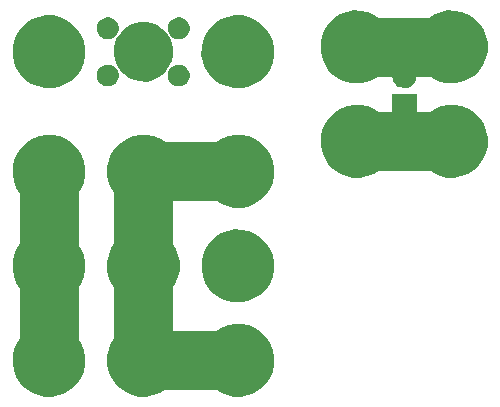
<source format=gbs>
G04 #@! TF.FileFunction,Soldermask,Bot*
%FSLAX46Y46*%
G04 Gerber Fmt 4.6, Leading zero omitted, Abs format (unit mm)*
G04 Created by KiCad (PCBNEW 4.0.4+e1-6308~48~ubuntu16.04.1-stable) date Tue Dec  6 20:41:16 2016*
%MOMM*%
%LPD*%
G01*
G04 APERTURE LIST*
%ADD10C,0.100000*%
%ADD11C,5.000000*%
G04 APERTURE END LIST*
D10*
D11*
X175387000Y-97027000D02*
X183387000Y-97027000D01*
X175387000Y-89027000D02*
X183387000Y-89027000D01*
X157301200Y-115568000D02*
X165301200Y-115568000D01*
X157301200Y-99568000D02*
X157301200Y-115568000D01*
X165301200Y-99568000D02*
X157301200Y-99568000D01*
X149301200Y-115568000D02*
X149301200Y-99568000D01*
D10*
G36*
X149624310Y-112493847D02*
X150215255Y-112615151D01*
X150771398Y-112848932D01*
X151271534Y-113186278D01*
X151696621Y-113614343D01*
X152030466Y-114116821D01*
X152260356Y-114674576D01*
X152377464Y-115266014D01*
X152377464Y-115266024D01*
X152377531Y-115266363D01*
X152367910Y-115955416D01*
X152367833Y-115955754D01*
X152367833Y-115955762D01*
X152234257Y-116543701D01*
X151988885Y-117094816D01*
X151641137Y-117587778D01*
X151204262Y-118003809D01*
X150694900Y-118327061D01*
X150132454Y-118545219D01*
X149538347Y-118649976D01*
X148935203Y-118637342D01*
X148346000Y-118507797D01*
X147793182Y-118266277D01*
X147297807Y-117921982D01*
X146878737Y-117488023D01*
X146551938Y-116980930D01*
X146329856Y-116420014D01*
X146220955Y-115826658D01*
X146229377Y-115223441D01*
X146354806Y-114633347D01*
X146592459Y-114078858D01*
X146933291Y-113581088D01*
X147364312Y-113159000D01*
X147869113Y-112828668D01*
X148428459Y-112602677D01*
X149021045Y-112489636D01*
X149624310Y-112493847D01*
X149624310Y-112493847D01*
G37*
G36*
X165624310Y-112493847D02*
X166215255Y-112615151D01*
X166771398Y-112848932D01*
X167271534Y-113186278D01*
X167696621Y-113614343D01*
X168030466Y-114116821D01*
X168260356Y-114674576D01*
X168377464Y-115266014D01*
X168377464Y-115266024D01*
X168377531Y-115266363D01*
X168367910Y-115955416D01*
X168367833Y-115955754D01*
X168367833Y-115955762D01*
X168234257Y-116543701D01*
X167988885Y-117094816D01*
X167641137Y-117587778D01*
X167204262Y-118003809D01*
X166694900Y-118327061D01*
X166132454Y-118545219D01*
X165538347Y-118649976D01*
X164935203Y-118637342D01*
X164346000Y-118507797D01*
X163793182Y-118266277D01*
X163297807Y-117921982D01*
X162878737Y-117488023D01*
X162551938Y-116980930D01*
X162329856Y-116420014D01*
X162220955Y-115826658D01*
X162229377Y-115223441D01*
X162354806Y-114633347D01*
X162592459Y-114078858D01*
X162933291Y-113581088D01*
X163364312Y-113159000D01*
X163869113Y-112828668D01*
X164428459Y-112602677D01*
X165021045Y-112489636D01*
X165624310Y-112493847D01*
X165624310Y-112493847D01*
G37*
G36*
X157624310Y-112493847D02*
X158215255Y-112615151D01*
X158771398Y-112848932D01*
X159271534Y-113186278D01*
X159696621Y-113614343D01*
X160030466Y-114116821D01*
X160260356Y-114674576D01*
X160377464Y-115266014D01*
X160377464Y-115266024D01*
X160377531Y-115266363D01*
X160367910Y-115955416D01*
X160367833Y-115955754D01*
X160367833Y-115955762D01*
X160234257Y-116543701D01*
X159988885Y-117094816D01*
X159641137Y-117587778D01*
X159204262Y-118003809D01*
X158694900Y-118327061D01*
X158132454Y-118545219D01*
X157538347Y-118649976D01*
X156935203Y-118637342D01*
X156346000Y-118507797D01*
X155793182Y-118266277D01*
X155297807Y-117921982D01*
X154878737Y-117488023D01*
X154551938Y-116980930D01*
X154329856Y-116420014D01*
X154220955Y-115826658D01*
X154229377Y-115223441D01*
X154354806Y-114633347D01*
X154592459Y-114078858D01*
X154933291Y-113581088D01*
X155364312Y-113159000D01*
X155869113Y-112828668D01*
X156428459Y-112602677D01*
X157021045Y-112489636D01*
X157624310Y-112493847D01*
X157624310Y-112493847D01*
G37*
G36*
X149624310Y-104493847D02*
X150215255Y-104615151D01*
X150771398Y-104848932D01*
X151271534Y-105186278D01*
X151696621Y-105614343D01*
X152030466Y-106116821D01*
X152260356Y-106674576D01*
X152377464Y-107266014D01*
X152377464Y-107266024D01*
X152377531Y-107266363D01*
X152367910Y-107955416D01*
X152367833Y-107955754D01*
X152367833Y-107955762D01*
X152234257Y-108543701D01*
X151988885Y-109094816D01*
X151641137Y-109587778D01*
X151204262Y-110003809D01*
X150694900Y-110327061D01*
X150132454Y-110545219D01*
X149538347Y-110649976D01*
X148935203Y-110637342D01*
X148346000Y-110507797D01*
X147793182Y-110266277D01*
X147297807Y-109921982D01*
X146878737Y-109488023D01*
X146551938Y-108980930D01*
X146329856Y-108420014D01*
X146220955Y-107826658D01*
X146229377Y-107223441D01*
X146354806Y-106633347D01*
X146592459Y-106078858D01*
X146933291Y-105581088D01*
X147364312Y-105159000D01*
X147869113Y-104828668D01*
X148428459Y-104602677D01*
X149021045Y-104489636D01*
X149624310Y-104493847D01*
X149624310Y-104493847D01*
G37*
G36*
X157624310Y-104493847D02*
X158215255Y-104615151D01*
X158771398Y-104848932D01*
X159271534Y-105186278D01*
X159696621Y-105614343D01*
X160030466Y-106116821D01*
X160260356Y-106674576D01*
X160377464Y-107266014D01*
X160377464Y-107266024D01*
X160377531Y-107266363D01*
X160367910Y-107955416D01*
X160367833Y-107955754D01*
X160367833Y-107955762D01*
X160234257Y-108543701D01*
X159988885Y-109094816D01*
X159641137Y-109587778D01*
X159204262Y-110003809D01*
X158694900Y-110327061D01*
X158132454Y-110545219D01*
X157538347Y-110649976D01*
X156935203Y-110637342D01*
X156346000Y-110507797D01*
X155793182Y-110266277D01*
X155297807Y-109921982D01*
X154878737Y-109488023D01*
X154551938Y-108980930D01*
X154329856Y-108420014D01*
X154220955Y-107826658D01*
X154229377Y-107223441D01*
X154354806Y-106633347D01*
X154592459Y-106078858D01*
X154933291Y-105581088D01*
X155364312Y-105159000D01*
X155869113Y-104828668D01*
X156428459Y-104602677D01*
X157021045Y-104489636D01*
X157624310Y-104493847D01*
X157624310Y-104493847D01*
G37*
G36*
X165624310Y-104493847D02*
X166215255Y-104615151D01*
X166771398Y-104848932D01*
X167271534Y-105186278D01*
X167696621Y-105614343D01*
X168030466Y-106116821D01*
X168260356Y-106674576D01*
X168377464Y-107266014D01*
X168377464Y-107266024D01*
X168377531Y-107266363D01*
X168367910Y-107955416D01*
X168367833Y-107955754D01*
X168367833Y-107955762D01*
X168234257Y-108543701D01*
X167988885Y-109094816D01*
X167641137Y-109587778D01*
X167204262Y-110003809D01*
X166694900Y-110327061D01*
X166132454Y-110545219D01*
X165538347Y-110649976D01*
X164935203Y-110637342D01*
X164346000Y-110507797D01*
X163793182Y-110266277D01*
X163297807Y-109921982D01*
X162878737Y-109488023D01*
X162551938Y-108980930D01*
X162329856Y-108420014D01*
X162220955Y-107826658D01*
X162229377Y-107223441D01*
X162354806Y-106633347D01*
X162592459Y-106078858D01*
X162933291Y-105581088D01*
X163364312Y-105159000D01*
X163869113Y-104828668D01*
X164428459Y-104602677D01*
X165021045Y-104489636D01*
X165624310Y-104493847D01*
X165624310Y-104493847D01*
G37*
G36*
X149624310Y-96493847D02*
X150215255Y-96615151D01*
X150771398Y-96848932D01*
X151271534Y-97186278D01*
X151696621Y-97614343D01*
X152030466Y-98116821D01*
X152260356Y-98674576D01*
X152377464Y-99266014D01*
X152377464Y-99266024D01*
X152377531Y-99266363D01*
X152367910Y-99955416D01*
X152367833Y-99955754D01*
X152367833Y-99955762D01*
X152234257Y-100543701D01*
X151988885Y-101094816D01*
X151641137Y-101587778D01*
X151204262Y-102003809D01*
X150694900Y-102327061D01*
X150132454Y-102545219D01*
X149538347Y-102649976D01*
X148935203Y-102637342D01*
X148346000Y-102507797D01*
X147793182Y-102266277D01*
X147297807Y-101921982D01*
X146878737Y-101488023D01*
X146551938Y-100980930D01*
X146329856Y-100420014D01*
X146220955Y-99826658D01*
X146229377Y-99223441D01*
X146354806Y-98633347D01*
X146592459Y-98078858D01*
X146933291Y-97581088D01*
X147364312Y-97159000D01*
X147869113Y-96828668D01*
X148428459Y-96602677D01*
X149021045Y-96489636D01*
X149624310Y-96493847D01*
X149624310Y-96493847D01*
G37*
G36*
X157624310Y-96493847D02*
X158215255Y-96615151D01*
X158771398Y-96848932D01*
X159271534Y-97186278D01*
X159696621Y-97614343D01*
X160030466Y-98116821D01*
X160260356Y-98674576D01*
X160377464Y-99266014D01*
X160377464Y-99266024D01*
X160377531Y-99266363D01*
X160367910Y-99955416D01*
X160367833Y-99955754D01*
X160367833Y-99955762D01*
X160234257Y-100543701D01*
X159988885Y-101094816D01*
X159641137Y-101587778D01*
X159204262Y-102003809D01*
X158694900Y-102327061D01*
X158132454Y-102545219D01*
X157538347Y-102649976D01*
X156935203Y-102637342D01*
X156346000Y-102507797D01*
X155793182Y-102266277D01*
X155297807Y-101921982D01*
X154878737Y-101488023D01*
X154551938Y-100980930D01*
X154329856Y-100420014D01*
X154220955Y-99826658D01*
X154229377Y-99223441D01*
X154354806Y-98633347D01*
X154592459Y-98078858D01*
X154933291Y-97581088D01*
X155364312Y-97159000D01*
X155869113Y-96828668D01*
X156428459Y-96602677D01*
X157021045Y-96489636D01*
X157624310Y-96493847D01*
X157624310Y-96493847D01*
G37*
G36*
X165624310Y-96493847D02*
X166215255Y-96615151D01*
X166771398Y-96848932D01*
X167271534Y-97186278D01*
X167696621Y-97614343D01*
X168030466Y-98116821D01*
X168260356Y-98674576D01*
X168377464Y-99266014D01*
X168377464Y-99266024D01*
X168377531Y-99266363D01*
X168367910Y-99955416D01*
X168367833Y-99955754D01*
X168367833Y-99955762D01*
X168234257Y-100543701D01*
X167988885Y-101094816D01*
X167641137Y-101587778D01*
X167204262Y-102003809D01*
X166694900Y-102327061D01*
X166132454Y-102545219D01*
X165538347Y-102649976D01*
X164935203Y-102637342D01*
X164346000Y-102507797D01*
X163793182Y-102266277D01*
X163297807Y-101921982D01*
X162878737Y-101488023D01*
X162551938Y-100980930D01*
X162329856Y-100420014D01*
X162220955Y-99826658D01*
X162229377Y-99223441D01*
X162354806Y-98633347D01*
X162592459Y-98078858D01*
X162933291Y-97581088D01*
X163364312Y-97159000D01*
X163869113Y-96828668D01*
X164428459Y-96602677D01*
X165021045Y-96489636D01*
X165624310Y-96493847D01*
X165624310Y-96493847D01*
G37*
G36*
X175710110Y-93952847D02*
X176301055Y-94074151D01*
X176857198Y-94307932D01*
X177357334Y-94645278D01*
X177782421Y-95073343D01*
X178116266Y-95575821D01*
X178346156Y-96133576D01*
X178463264Y-96725014D01*
X178463264Y-96725024D01*
X178463331Y-96725363D01*
X178453710Y-97414416D01*
X178453633Y-97414754D01*
X178453633Y-97414762D01*
X178320057Y-98002701D01*
X178074685Y-98553816D01*
X177726937Y-99046778D01*
X177290062Y-99462809D01*
X176780700Y-99786061D01*
X176218254Y-100004219D01*
X175624147Y-100108976D01*
X175021003Y-100096342D01*
X174431800Y-99966797D01*
X173878982Y-99725277D01*
X173383607Y-99380982D01*
X172964537Y-98947023D01*
X172637738Y-98439930D01*
X172415656Y-97879014D01*
X172306755Y-97285658D01*
X172315177Y-96682441D01*
X172440606Y-96092347D01*
X172678259Y-95537858D01*
X173019091Y-95040088D01*
X173450112Y-94618000D01*
X173954913Y-94287668D01*
X174514259Y-94061677D01*
X175106845Y-93948636D01*
X175710110Y-93952847D01*
X175710110Y-93952847D01*
G37*
G36*
X183710110Y-93952847D02*
X184301055Y-94074151D01*
X184857198Y-94307932D01*
X185357334Y-94645278D01*
X185782421Y-95073343D01*
X186116266Y-95575821D01*
X186346156Y-96133576D01*
X186463264Y-96725014D01*
X186463264Y-96725024D01*
X186463331Y-96725363D01*
X186453710Y-97414416D01*
X186453633Y-97414754D01*
X186453633Y-97414762D01*
X186320057Y-98002701D01*
X186074685Y-98553816D01*
X185726937Y-99046778D01*
X185290062Y-99462809D01*
X184780700Y-99786061D01*
X184218254Y-100004219D01*
X183624147Y-100108976D01*
X183021003Y-100096342D01*
X182431800Y-99966797D01*
X181878982Y-99725277D01*
X181383607Y-99380982D01*
X180964537Y-98947023D01*
X180637738Y-98439930D01*
X180415656Y-97879014D01*
X180306755Y-97285658D01*
X180315177Y-96682441D01*
X180440606Y-96092347D01*
X180678259Y-95537858D01*
X181019091Y-95040088D01*
X181450112Y-94618000D01*
X181954913Y-94287668D01*
X182514259Y-94061677D01*
X183106845Y-93948636D01*
X183710110Y-93952847D01*
X183710110Y-93952847D01*
G37*
G36*
X180463200Y-95053200D02*
X178310800Y-95053200D01*
X178310800Y-93000800D01*
X180463200Y-93000800D01*
X180463200Y-95053200D01*
X180463200Y-95053200D01*
G37*
G36*
X149620311Y-86368248D02*
X150211256Y-86489552D01*
X150767399Y-86723333D01*
X151267535Y-87060679D01*
X151692622Y-87488744D01*
X152026467Y-87991222D01*
X152256357Y-88548977D01*
X152373465Y-89140415D01*
X152373465Y-89140425D01*
X152373532Y-89140764D01*
X152363911Y-89829817D01*
X152363834Y-89830155D01*
X152363834Y-89830163D01*
X152230258Y-90418102D01*
X151984886Y-90969217D01*
X151637138Y-91462179D01*
X151200263Y-91878210D01*
X150690901Y-92201462D01*
X150128455Y-92419620D01*
X149534348Y-92524377D01*
X148931204Y-92511743D01*
X148342001Y-92382198D01*
X147789183Y-92140678D01*
X147293808Y-91796383D01*
X146874738Y-91362424D01*
X146547939Y-90855331D01*
X146325857Y-90294415D01*
X146216956Y-89701059D01*
X146225378Y-89097842D01*
X146350807Y-88507748D01*
X146588460Y-87953259D01*
X146929292Y-87455489D01*
X147360313Y-87033401D01*
X147865114Y-86703069D01*
X148424460Y-86477078D01*
X149017046Y-86364037D01*
X149620311Y-86368248D01*
X149620311Y-86368248D01*
G37*
G36*
X165620311Y-86368248D02*
X166211256Y-86489552D01*
X166767399Y-86723333D01*
X167267535Y-87060679D01*
X167692622Y-87488744D01*
X168026467Y-87991222D01*
X168256357Y-88548977D01*
X168373465Y-89140415D01*
X168373465Y-89140425D01*
X168373532Y-89140764D01*
X168363911Y-89829817D01*
X168363834Y-89830155D01*
X168363834Y-89830163D01*
X168230258Y-90418102D01*
X167984886Y-90969217D01*
X167637138Y-91462179D01*
X167200263Y-91878210D01*
X166690901Y-92201462D01*
X166128455Y-92419620D01*
X165534348Y-92524377D01*
X164931204Y-92511743D01*
X164342001Y-92382198D01*
X163789183Y-92140678D01*
X163293808Y-91796383D01*
X162874738Y-91362424D01*
X162547939Y-90855331D01*
X162325857Y-90294415D01*
X162216956Y-89701059D01*
X162225378Y-89097842D01*
X162350807Y-88507748D01*
X162588460Y-87953259D01*
X162929292Y-87455489D01*
X163360313Y-87033401D01*
X163865114Y-86703069D01*
X164424460Y-86477078D01*
X165017046Y-86364037D01*
X165620311Y-86368248D01*
X165620311Y-86368248D01*
G37*
G36*
X179494790Y-90461481D02*
X179691921Y-90501947D01*
X179877451Y-90579937D01*
X180044292Y-90692473D01*
X180186098Y-90835272D01*
X180297466Y-91002895D01*
X180374156Y-91188958D01*
X180413176Y-91386027D01*
X180413176Y-91386032D01*
X180413244Y-91386376D01*
X180410034Y-91616239D01*
X180409957Y-91616577D01*
X180409957Y-91616586D01*
X180365449Y-91812490D01*
X180283596Y-91996335D01*
X180167588Y-92160786D01*
X180021850Y-92299571D01*
X179851931Y-92407405D01*
X179664299Y-92480182D01*
X179466112Y-92515128D01*
X179264905Y-92510913D01*
X179068351Y-92467699D01*
X178883933Y-92387128D01*
X178718682Y-92272275D01*
X178578882Y-92127509D01*
X178469864Y-91958345D01*
X178395777Y-91771224D01*
X178359449Y-91573288D01*
X178362258Y-91372058D01*
X178404102Y-91175205D01*
X178483380Y-90990232D01*
X178597080Y-90824178D01*
X178740865Y-90683373D01*
X178909265Y-90573176D01*
X179095860Y-90497786D01*
X179293540Y-90460077D01*
X179494790Y-90461481D01*
X179494790Y-90461481D01*
G37*
G36*
X154387887Y-90531016D02*
X154565808Y-90567538D01*
X154733259Y-90637928D01*
X154883842Y-90739498D01*
X155011830Y-90868382D01*
X155112344Y-91019670D01*
X155181563Y-91187606D01*
X155216773Y-91365428D01*
X155216773Y-91365443D01*
X155216840Y-91365782D01*
X155213943Y-91573246D01*
X155213867Y-91573580D01*
X155213867Y-91573593D01*
X155173703Y-91750373D01*
X155099827Y-91916303D01*
X154995124Y-92064728D01*
X154863586Y-92189989D01*
X154710224Y-92287317D01*
X154540880Y-92353001D01*
X154362004Y-92384542D01*
X154180405Y-92380737D01*
X154003003Y-92341733D01*
X153836556Y-92269014D01*
X153687408Y-92165354D01*
X153561232Y-92034695D01*
X153462837Y-91882014D01*
X153395969Y-91713128D01*
X153363182Y-91534481D01*
X153365717Y-91352860D01*
X153403483Y-91175189D01*
X153475036Y-91008241D01*
X153577656Y-90858369D01*
X153707430Y-90731285D01*
X153859420Y-90631826D01*
X154027832Y-90563783D01*
X154206249Y-90529748D01*
X154387887Y-90531016D01*
X154387887Y-90531016D01*
G37*
G36*
X160387887Y-90531016D02*
X160565808Y-90567538D01*
X160733259Y-90637928D01*
X160883842Y-90739498D01*
X161011830Y-90868382D01*
X161112344Y-91019670D01*
X161181563Y-91187606D01*
X161216773Y-91365428D01*
X161216773Y-91365443D01*
X161216840Y-91365782D01*
X161213943Y-91573246D01*
X161213867Y-91573580D01*
X161213867Y-91573593D01*
X161173703Y-91750373D01*
X161099827Y-91916303D01*
X160995124Y-92064728D01*
X160863586Y-92189989D01*
X160710224Y-92287317D01*
X160540880Y-92353001D01*
X160362004Y-92384542D01*
X160180405Y-92380737D01*
X160003003Y-92341733D01*
X159836556Y-92269014D01*
X159687408Y-92165354D01*
X159561232Y-92034695D01*
X159462837Y-91882014D01*
X159395969Y-91713128D01*
X159363182Y-91534481D01*
X159365717Y-91352860D01*
X159403483Y-91175189D01*
X159475036Y-91008241D01*
X159577656Y-90858369D01*
X159707430Y-90731285D01*
X159859420Y-90631826D01*
X160027832Y-90563783D01*
X160206249Y-90529748D01*
X160387887Y-90531016D01*
X160387887Y-90531016D01*
G37*
G36*
X175710110Y-85952847D02*
X176301055Y-86074151D01*
X176857198Y-86307932D01*
X177357334Y-86645278D01*
X177782421Y-87073343D01*
X178116266Y-87575821D01*
X178346156Y-88133576D01*
X178463264Y-88725014D01*
X178463264Y-88725024D01*
X178463331Y-88725363D01*
X178453710Y-89414416D01*
X178453633Y-89414754D01*
X178453633Y-89414762D01*
X178320057Y-90002701D01*
X178074685Y-90553816D01*
X177726937Y-91046778D01*
X177290062Y-91462809D01*
X176780700Y-91786061D01*
X176218254Y-92004219D01*
X175624147Y-92108976D01*
X175021003Y-92096342D01*
X174431800Y-91966797D01*
X173878982Y-91725277D01*
X173383607Y-91380982D01*
X172964537Y-90947023D01*
X172637738Y-90439930D01*
X172415656Y-89879014D01*
X172306755Y-89285658D01*
X172315177Y-88682441D01*
X172440606Y-88092347D01*
X172678259Y-87537858D01*
X173019091Y-87040088D01*
X173450112Y-86618000D01*
X173954913Y-86287668D01*
X174514259Y-86061677D01*
X175106845Y-85948636D01*
X175710110Y-85952847D01*
X175710110Y-85952847D01*
G37*
G36*
X183710110Y-85952847D02*
X184301055Y-86074151D01*
X184857198Y-86307932D01*
X185357334Y-86645278D01*
X185782421Y-87073343D01*
X186116266Y-87575821D01*
X186346156Y-88133576D01*
X186463264Y-88725014D01*
X186463264Y-88725024D01*
X186463331Y-88725363D01*
X186453710Y-89414416D01*
X186453633Y-89414754D01*
X186453633Y-89414762D01*
X186320057Y-90002701D01*
X186074685Y-90553816D01*
X185726937Y-91046778D01*
X185290062Y-91462809D01*
X184780700Y-91786061D01*
X184218254Y-92004219D01*
X183624147Y-92108976D01*
X183021003Y-92096342D01*
X182431800Y-91966797D01*
X181878982Y-91725277D01*
X181383607Y-91380982D01*
X180964537Y-90947023D01*
X180637738Y-90439930D01*
X180415656Y-89879014D01*
X180306755Y-89285658D01*
X180315177Y-88682441D01*
X180440606Y-88092347D01*
X180678259Y-87537858D01*
X181019091Y-87040088D01*
X181450112Y-86618000D01*
X181954913Y-86287668D01*
X182514259Y-86061677D01*
X183106845Y-85948636D01*
X183710110Y-85952847D01*
X183710110Y-85952847D01*
G37*
G36*
X157561492Y-86927874D02*
X158044859Y-87027096D01*
X158499761Y-87218319D01*
X158908851Y-87494254D01*
X159256554Y-87844392D01*
X159529625Y-88255398D01*
X159717665Y-88711617D01*
X159813441Y-89195326D01*
X159813441Y-89195331D01*
X159813509Y-89195675D01*
X159805639Y-89759290D01*
X159805562Y-89759628D01*
X159805562Y-89759637D01*
X159696317Y-90240484D01*
X159495613Y-90691271D01*
X159211170Y-91094494D01*
X158853825Y-91434789D01*
X158437190Y-91699195D01*
X157977129Y-91877640D01*
X157491178Y-91963327D01*
X156997831Y-91952992D01*
X156515888Y-91847030D01*
X156063706Y-91649477D01*
X155658511Y-91367859D01*
X155315730Y-91012899D01*
X155048422Y-90598117D01*
X154866767Y-90139312D01*
X154777691Y-89653972D01*
X154784580Y-89160567D01*
X154887176Y-88677895D01*
X155081566Y-88224346D01*
X155360352Y-87817191D01*
X155712909Y-87471941D01*
X156125814Y-87201744D01*
X156583337Y-87016892D01*
X157068045Y-86924430D01*
X157561492Y-86927874D01*
X157561492Y-86927874D01*
G37*
G36*
X160387887Y-86531016D02*
X160565808Y-86567538D01*
X160733259Y-86637928D01*
X160883842Y-86739498D01*
X161011830Y-86868382D01*
X161112344Y-87019670D01*
X161181563Y-87187606D01*
X161216773Y-87365428D01*
X161216773Y-87365443D01*
X161216840Y-87365782D01*
X161213943Y-87573246D01*
X161213867Y-87573580D01*
X161213867Y-87573593D01*
X161173703Y-87750373D01*
X161099827Y-87916303D01*
X160995124Y-88064728D01*
X160863586Y-88189989D01*
X160710224Y-88287317D01*
X160540880Y-88353001D01*
X160362004Y-88384542D01*
X160180405Y-88380737D01*
X160003003Y-88341733D01*
X159836556Y-88269014D01*
X159687408Y-88165354D01*
X159561232Y-88034695D01*
X159462837Y-87882014D01*
X159395969Y-87713128D01*
X159363182Y-87534481D01*
X159365717Y-87352860D01*
X159403483Y-87175189D01*
X159475036Y-87008241D01*
X159577656Y-86858369D01*
X159707430Y-86731285D01*
X159859420Y-86631826D01*
X160027832Y-86563783D01*
X160206249Y-86529748D01*
X160387887Y-86531016D01*
X160387887Y-86531016D01*
G37*
G36*
X154387887Y-86531016D02*
X154565808Y-86567538D01*
X154733259Y-86637928D01*
X154883842Y-86739498D01*
X155011830Y-86868382D01*
X155112344Y-87019670D01*
X155181563Y-87187606D01*
X155216773Y-87365428D01*
X155216773Y-87365443D01*
X155216840Y-87365782D01*
X155213943Y-87573246D01*
X155213867Y-87573580D01*
X155213867Y-87573593D01*
X155173703Y-87750373D01*
X155099827Y-87916303D01*
X154995124Y-88064728D01*
X154863586Y-88189989D01*
X154710224Y-88287317D01*
X154540880Y-88353001D01*
X154362004Y-88384542D01*
X154180405Y-88380737D01*
X154003003Y-88341733D01*
X153836556Y-88269014D01*
X153687408Y-88165354D01*
X153561232Y-88034695D01*
X153462837Y-87882014D01*
X153395969Y-87713128D01*
X153363182Y-87534481D01*
X153365717Y-87352860D01*
X153403483Y-87175189D01*
X153475036Y-87008241D01*
X153577656Y-86858369D01*
X153707430Y-86731285D01*
X153859420Y-86631826D01*
X154027832Y-86563783D01*
X154206249Y-86529748D01*
X154387887Y-86531016D01*
X154387887Y-86531016D01*
G37*
M02*

</source>
